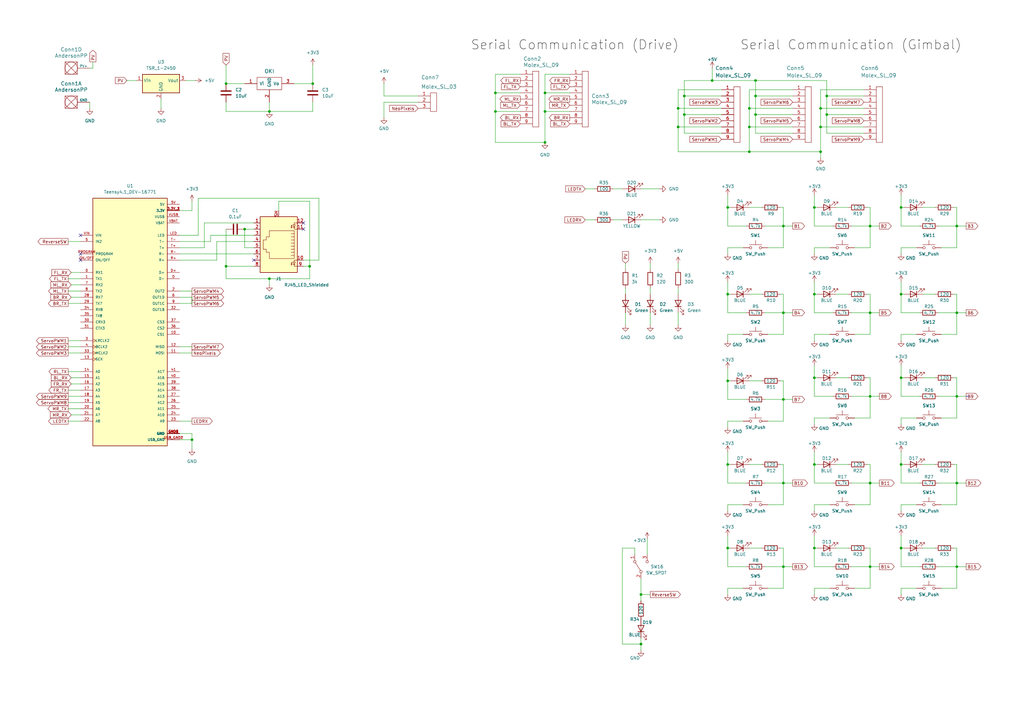
<source format=kicad_sch>
(kicad_sch (version 20230121) (generator eeschema)
  (paper "A3")
  (junction (at 110.49 114.3))
  (junction (at 309.88 39.37))
  (junction (at 369.57 190.5))
  (junction (at 127 109.22))
  (junction (at 262.89 243.84))
  (junction (at 356.87 198.12))
  (junction (at 307.34 52.07))
  (junction (at 334.01 154.94))
  (junction (at 334.01 190.5))
  (junction (at 392.43 128.27))
  (junction (at 356.87 162.56))
  (junction (at 298.45 224.79))
  (junction (at 278.13 44.45))
  (junction (at 369.57 154.94))
  (junction (at 369.57 120.65))
  (junction (at 392.43 232.41))
  (junction (at 298.45 85.09))
  (junction (at 223.52 45.72))
  (junction (at 334.01 224.79))
  (junction (at 278.13 52.07))
  (junction (at 339.09 39.37))
  (junction (at 321.31 128.27))
  (junction (at 262.89 264.16))
  (junction (at 321.31 198.12))
  (junction (at 298.45 120.65))
  (junction (at 356.87 92.71))
  (junction (at 92.71 34.29))
  (junction (at 309.88 46.99))
  (junction (at 321.31 92.71))
  (junction (at 307.34 62.23))
  (junction (at 321.31 163.83))
  (junction (at 392.43 162.56))
  (junction (at 110.49 45.72))
  (junction (at 223.52 58.42))
  (junction (at 128.27 34.29))
  (junction (at 339.09 46.99))
  (junction (at 321.31 232.41))
  (junction (at 334.01 85.09))
  (junction (at 336.55 62.23))
  (junction (at 100.33 93.98))
  (junction (at 392.43 92.71))
  (junction (at 203.2 45.72))
  (junction (at 78.74 180.34))
  (junction (at 298.45 156.21))
  (junction (at 336.55 52.07))
  (junction (at 356.87 232.41))
  (junction (at 334.01 120.65))
  (junction (at 280.67 46.99))
  (junction (at 298.45 190.5))
  (junction (at 203.2 38.1))
  (junction (at 280.67 39.37))
  (junction (at 356.87 128.27))
  (junction (at 369.57 85.09))
  (junction (at 223.52 38.1))
  (junction (at 369.57 224.79))
  (junction (at 309.88 33.02))
  (junction (at 336.55 44.45))
  (junction (at 307.34 44.45))
  (junction (at 392.43 198.12))
  (junction (at 92.71 109.22))
  (junction (at 292.1 33.02))
  (no_connect (at 33.02 96.52))
  (no_connect (at 33.02 106.68))
  (no_connect (at 124.46 93.98))
  (no_connect (at 33.02 104.14))
  (no_connect (at 104.14 106.68))
  (no_connect (at 124.46 91.44))
  (wire (pts (xy 369.57 207.01) (xy 375.92 207.01)))
  (wire (pts (xy 369.57 224.79) (xy 369.57 232.41)))
  (wire (pts (xy 369.57 80.01) (xy 369.57 85.09)))
  (wire (pts (xy 92.71 93.98) (xy 92.71 109.22)))
  (wire (pts (xy 130.81 81.28) (xy 81.28 81.28)))
  (wire (pts (xy 114.3 86.36) (xy 114.3 82.55)))
  (wire (pts (xy 92.71 45.72) (xy 110.49 45.72)))
  (wire (pts (xy 378.46 224.79) (xy 383.54 224.79)))
  (wire (pts (xy 334.01 207.01) (xy 340.36 207.01)))
  (wire (pts (xy 334.01 243.84) (xy 334.01 241.3)))
  (wire (pts (xy 313.69 128.27) (xy 321.31 128.27)))
  (wire (pts (xy 356.87 85.09) (xy 356.87 92.71)))
  (wire (pts (xy 262.89 77.47) (xy 270.51 77.47)))
  (wire (pts (xy 350.52 241.3) (xy 356.87 241.3)))
  (wire (pts (xy 262.89 261.62) (xy 262.89 264.16)))
  (wire (pts (xy 262.89 90.17) (xy 270.51 90.17)))
  (wire (pts (xy 124.46 106.68) (xy 130.81 106.68)))
  (wire (pts (xy 73.66 124.46) (xy 78.74 124.46)))
  (wire (pts (xy 392.43 241.3) (xy 392.43 232.41)))
  (wire (pts (xy 378.46 154.94) (xy 383.54 154.94)))
  (wire (pts (xy 321.31 85.09) (xy 321.31 92.71)))
  (wire (pts (xy 266.7 118.11) (xy 266.7 120.65)))
  (wire (pts (xy 320.04 156.21) (xy 321.31 156.21)))
  (wire (pts (xy 369.57 190.5) (xy 370.84 190.5)))
  (wire (pts (xy 27.94 119.38) (xy 33.02 119.38)))
  (wire (pts (xy 321.31 128.27) (xy 325.12 128.27)))
  (wire (pts (xy 313.69 163.83) (xy 321.31 163.83)))
  (wire (pts (xy 309.88 39.37) (xy 309.88 46.99)))
  (wire (pts (xy 369.57 149.86) (xy 369.57 154.94)))
  (wire (pts (xy 355.6 120.65) (xy 356.87 120.65)))
  (wire (pts (xy 266.7 107.95) (xy 266.7 110.49)))
  (wire (pts (xy 342.9 120.65) (xy 347.98 120.65)))
  (wire (pts (xy 392.43 101.6) (xy 392.43 92.71)))
  (wire (pts (xy 321.31 241.3) (xy 321.31 232.41)))
  (wire (pts (xy 321.31 172.72) (xy 321.31 163.83)))
  (wire (pts (xy 128.27 45.72) (xy 110.49 45.72)))
  (wire (pts (xy 356.87 207.01) (xy 356.87 198.12)))
  (wire (pts (xy 307.34 52.07) (xy 325.12 52.07)))
  (wire (pts (xy 392.43 120.65) (xy 392.43 128.27)))
  (wire (pts (xy 88.9 99.06) (xy 88.9 106.68)))
  (wire (pts (xy 73.66 119.38) (xy 78.74 119.38)))
  (wire (pts (xy 369.57 128.27) (xy 377.19 128.27)))
  (wire (pts (xy 369.57 219.71) (xy 369.57 224.79)))
  (wire (pts (xy 86.36 99.06) (xy 86.36 96.52)))
  (wire (pts (xy 298.45 190.5) (xy 299.72 190.5)))
  (wire (pts (xy 349.25 198.12) (xy 356.87 198.12)))
  (wire (pts (xy 262.89 237.49) (xy 262.89 243.84)))
  (wire (pts (xy 392.43 85.09) (xy 392.43 92.71)))
  (wire (pts (xy 280.67 39.37) (xy 280.67 46.99)))
  (wire (pts (xy 321.31 232.41) (xy 325.12 232.41)))
  (wire (pts (xy 307.34 224.79) (xy 312.42 224.79)))
  (wire (pts (xy 298.45 232.41) (xy 306.07 232.41)))
  (wire (pts (xy 83.82 91.44) (xy 83.82 101.6)))
  (wire (pts (xy 240.03 77.47) (xy 243.84 77.47)))
  (wire (pts (xy 298.45 243.84) (xy 298.45 241.3)))
  (wire (pts (xy 73.66 99.06) (xy 86.36 99.06)))
  (wire (pts (xy 378.46 120.65) (xy 383.54 120.65)))
  (wire (pts (xy 334.01 190.5) (xy 334.01 198.12)))
  (wire (pts (xy 298.45 151.13) (xy 298.45 156.21)))
  (wire (pts (xy 298.45 224.79) (xy 299.72 224.79)))
  (wire (pts (xy 110.49 41.91) (xy 110.49 45.72)))
  (wire (pts (xy 100.33 101.6) (xy 100.33 93.98)))
  (wire (pts (xy 203.2 45.72) (xy 203.2 58.42)))
  (wire (pts (xy 223.52 38.1) (xy 223.52 45.72)))
  (wire (pts (xy 325.12 54.61) (xy 309.88 54.61)))
  (wire (pts (xy 320.04 224.79) (xy 321.31 224.79)))
  (wire (pts (xy 92.71 41.91) (xy 92.71 45.72)))
  (wire (pts (xy 298.45 80.01) (xy 298.45 85.09)))
  (wire (pts (xy 92.71 114.3) (xy 110.49 114.3)))
  (wire (pts (xy 27.94 99.06) (xy 33.02 99.06)))
  (wire (pts (xy 369.57 224.79) (xy 370.84 224.79)))
  (wire (pts (xy 280.67 46.99) (xy 280.67 54.61)))
  (wire (pts (xy 369.57 209.55) (xy 369.57 207.01)))
  (wire (pts (xy 81.28 96.52) (xy 73.66 96.52)))
  (wire (pts (xy 256.54 107.95) (xy 256.54 110.49)))
  (wire (pts (xy 356.87 198.12) (xy 360.68 198.12)))
  (wire (pts (xy 124.46 109.22) (xy 127 109.22)))
  (wire (pts (xy 391.16 224.79) (xy 392.43 224.79)))
  (wire (pts (xy 307.34 85.09) (xy 312.42 85.09)))
  (wire (pts (xy 278.13 52.07) (xy 278.13 62.23)))
  (wire (pts (xy 29.21 116.84) (xy 33.02 116.84)))
  (wire (pts (xy 369.57 185.42) (xy 369.57 190.5)))
  (wire (pts (xy 336.55 44.45) (xy 354.33 44.45)))
  (wire (pts (xy 369.57 120.65) (xy 370.84 120.65)))
  (wire (pts (xy 336.55 36.83) (xy 336.55 44.45)))
  (wire (pts (xy 262.89 243.84) (xy 262.89 246.38)))
  (wire (pts (xy 127 109.22) (xy 127 114.3)))
  (wire (pts (xy 321.31 224.79) (xy 321.31 232.41)))
  (wire (pts (xy 369.57 241.3) (xy 375.92 241.3)))
  (wire (pts (xy 369.57 154.94) (xy 370.84 154.94)))
  (wire (pts (xy 369.57 137.16) (xy 375.92 137.16)))
  (wire (pts (xy 92.71 26.67) (xy 92.71 34.29)))
  (wire (pts (xy 27.94 172.72) (xy 33.02 172.72)))
  (wire (pts (xy 320.04 120.65) (xy 321.31 120.65)))
  (wire (pts (xy 266.7 128.27) (xy 266.7 133.35)))
  (wire (pts (xy 350.52 171.45) (xy 356.87 171.45)))
  (wire (pts (xy 378.46 85.09) (xy 383.54 85.09)))
  (wire (pts (xy 307.34 52.07) (xy 307.34 62.23)))
  (wire (pts (xy 392.43 154.94) (xy 392.43 162.56)))
  (wire (pts (xy 298.45 224.79) (xy 298.45 232.41)))
  (wire (pts (xy 369.57 115.57) (xy 369.57 120.65)))
  (wire (pts (xy 342.9 85.09) (xy 347.98 85.09)))
  (wire (pts (xy 66.04 40.64) (xy 66.04 44.45)))
  (wire (pts (xy 369.57 171.45) (xy 375.92 171.45)))
  (wire (pts (xy 81.28 81.28) (xy 81.28 96.52)))
  (wire (pts (xy 27.94 152.4) (xy 33.02 152.4)))
  (wire (pts (xy 391.16 154.94) (xy 392.43 154.94)))
  (wire (pts (xy 334.01 149.86) (xy 334.01 154.94)))
  (wire (pts (xy 292.1 33.02) (xy 309.88 33.02)))
  (wire (pts (xy 27.94 165.1) (xy 33.02 165.1)))
  (wire (pts (xy 334.01 120.65) (xy 335.28 120.65)))
  (wire (pts (xy 27.94 142.24) (xy 33.02 142.24)))
  (wire (pts (xy 298.45 120.65) (xy 299.72 120.65)))
  (wire (pts (xy 384.81 128.27) (xy 392.43 128.27)))
  (wire (pts (xy 384.81 232.41) (xy 392.43 232.41)))
  (wire (pts (xy 314.96 207.01) (xy 321.31 207.01)))
  (wire (pts (xy 203.2 30.48) (xy 203.2 38.1)))
  (wire (pts (xy 349.25 162.56) (xy 356.87 162.56)))
  (wire (pts (xy 369.57 101.6) (xy 375.92 101.6)))
  (wire (pts (xy 309.88 46.99) (xy 309.88 54.61)))
  (wire (pts (xy 321.31 101.6) (xy 321.31 92.71)))
  (wire (pts (xy 334.01 85.09) (xy 334.01 92.71)))
  (wire (pts (xy 356.87 224.79) (xy 356.87 232.41)))
  (wire (pts (xy 334.01 101.6) (xy 340.36 101.6)))
  (wire (pts (xy 298.45 156.21) (xy 299.72 156.21)))
  (wire (pts (xy 336.55 52.07) (xy 336.55 62.23)))
  (wire (pts (xy 307.34 44.45) (xy 307.34 52.07)))
  (wire (pts (xy 386.08 171.45) (xy 392.43 171.45)))
  (wire (pts (xy 29.21 157.48) (xy 33.02 157.48)))
  (wire (pts (xy 334.01 139.7) (xy 334.01 137.16)))
  (wire (pts (xy 298.45 156.21) (xy 298.45 163.83)))
  (wire (pts (xy 73.66 180.34) (xy 78.74 180.34)))
  (wire (pts (xy 55.88 33.02) (xy 52.07 33.02)))
  (wire (pts (xy 392.43 92.71) (xy 396.24 92.71)))
  (wire (pts (xy 339.09 33.02) (xy 339.09 39.37)))
  (wire (pts (xy 86.36 96.52) (xy 104.14 96.52)))
  (wire (pts (xy 356.87 241.3) (xy 356.87 232.41)))
  (wire (pts (xy 334.01 154.94) (xy 334.01 162.56)))
  (wire (pts (xy 262.89 266.7) (xy 262.89 264.16)))
  (wire (pts (xy 309.88 33.02) (xy 309.88 39.37)))
  (wire (pts (xy 298.45 209.55) (xy 298.45 207.01)))
  (wire (pts (xy 369.57 190.5) (xy 369.57 198.12)))
  (wire (pts (xy 298.45 207.01) (xy 304.8 207.01)))
  (wire (pts (xy 73.66 104.14) (xy 104.14 104.14)))
  (wire (pts (xy 369.57 198.12) (xy 377.19 198.12)))
  (wire (pts (xy 73.66 121.92) (xy 78.74 121.92)))
  (polyline (pts (xy 396.24 162.56) (xy 397.51 162.56)))
  (wire (pts (xy 339.09 39.37) (xy 354.33 39.37)))
  (wire (pts (xy 255.27 224.79) (xy 255.27 264.16)))
  (wire (pts (xy 355.6 85.09) (xy 356.87 85.09)))
  (wire (pts (xy 128.27 26.67) (xy 128.27 34.29)))
  (wire (pts (xy 157.48 39.37) (xy 171.45 39.37)))
  (wire (pts (xy 350.52 207.01) (xy 356.87 207.01)))
  (wire (pts (xy 391.16 190.5) (xy 392.43 190.5)))
  (wire (pts (xy 369.57 154.94) (xy 369.57 162.56)))
  (wire (pts (xy 369.57 85.09) (xy 369.57 92.71)))
  (wire (pts (xy 92.71 34.29) (xy 100.33 34.29)))
  (wire (pts (xy 369.57 139.7) (xy 369.57 137.16)))
  (wire (pts (xy 251.46 90.17) (xy 255.27 90.17)))
  (wire (pts (xy 298.45 115.57) (xy 298.45 120.65)))
  (wire (pts (xy 157.48 41.91) (xy 171.45 41.91)))
  (wire (pts (xy 313.69 198.12) (xy 321.31 198.12)))
  (wire (pts (xy 392.43 190.5) (xy 392.43 198.12)))
  (wire (pts (xy 386.08 241.3) (xy 392.43 241.3)))
  (wire (pts (xy 280.67 33.02) (xy 292.1 33.02)))
  (wire (pts (xy 369.57 243.84) (xy 369.57 241.3)))
  (wire (pts (xy 369.57 232.41) (xy 377.19 232.41)))
  (wire (pts (xy 339.09 39.37) (xy 339.09 46.99)))
  (wire (pts (xy 355.6 224.79) (xy 356.87 224.79)))
  (wire (pts (xy 278.13 118.11) (xy 278.13 120.65)))
  (wire (pts (xy 334.01 219.71) (xy 334.01 224.79)))
  (wire (pts (xy 298.45 172.72) (xy 304.8 172.72)))
  (wire (pts (xy 223.52 30.48) (xy 223.52 38.1)))
  (wire (pts (xy 334.01 120.65) (xy 334.01 128.27)))
  (wire (pts (xy 27.94 160.02) (xy 33.02 160.02)))
  (wire (pts (xy 320.04 85.09) (xy 321.31 85.09)))
  (wire (pts (xy 342.9 224.79) (xy 347.98 224.79)))
  (wire (pts (xy 339.09 54.61) (xy 354.33 54.61)))
  (wire (pts (xy 307.34 36.83) (xy 307.34 44.45)))
  (wire (pts (xy 78.74 180.34) (xy 78.74 184.15)))
  (wire (pts (xy 356.87 120.65) (xy 356.87 128.27)))
  (wire (pts (xy 307.34 120.65) (xy 312.42 120.65)))
  (wire (pts (xy 334.01 104.14) (xy 334.01 101.6)))
  (wire (pts (xy 262.89 264.16) (xy 255.27 264.16)))
  (wire (pts (xy 321.31 156.21) (xy 321.31 163.83)))
  (wire (pts (xy 334.01 154.94) (xy 335.28 154.94)))
  (wire (pts (xy 298.45 92.71) (xy 306.07 92.71)))
  (wire (pts (xy 73.66 172.72) (xy 78.74 172.72)))
  (wire (pts (xy 356.87 154.94) (xy 356.87 162.56)))
  (wire (pts (xy 278.13 128.27) (xy 278.13 133.35)))
  (wire (pts (xy 298.45 163.83) (xy 306.07 163.83)))
  (wire (pts (xy 392.43 198.12) (xy 396.24 198.12)))
  (wire (pts (xy 334.01 198.12) (xy 341.63 198.12)))
  (wire (pts (xy 266.7 243.84) (xy 262.89 243.84)))
  (wire (pts (xy 356.87 137.16) (xy 356.87 128.27)))
  (wire (pts (xy 104.14 99.06) (xy 88.9 99.06)))
  (wire (pts (xy 278.13 44.45) (xy 278.13 52.07)))
  (wire (pts (xy 392.43 162.56) (xy 396.24 162.56)))
  (wire (pts (xy 369.57 120.65) (xy 369.57 128.27)))
  (wire (pts (xy 130.81 106.68) (xy 130.81 81.28)))
  (wire (pts (xy 314.96 172.72) (xy 321.31 172.72)))
  (wire (pts (xy 334.01 85.09) (xy 335.28 85.09)))
  (wire (pts (xy 392.43 137.16) (xy 392.43 128.27)))
  (wire (pts (xy 355.6 154.94) (xy 356.87 154.94)))
  (wire (pts (xy 350.52 101.6) (xy 356.87 101.6)))
  (wire (pts (xy 336.55 44.45) (xy 336.55 52.07)))
  (wire (pts (xy 384.81 198.12) (xy 392.43 198.12)))
  (wire (pts (xy 356.87 171.45) (xy 356.87 162.56)))
  (wire (pts (xy 29.21 121.92) (xy 33.02 121.92)))
  (wire (pts (xy 334.01 190.5) (xy 335.28 190.5)))
  (wire (pts (xy 356.87 162.56) (xy 360.68 162.56)))
  (wire (pts (xy 386.08 101.6) (xy 392.43 101.6)))
  (wire (pts (xy 73.66 144.78) (xy 78.74 144.78)))
  (wire (pts (xy 336.55 62.23) (xy 336.55 64.77)))
  (wire (pts (xy 240.03 90.17) (xy 243.84 90.17)))
  (wire (pts (xy 334.01 232.41) (xy 341.63 232.41)))
  (wire (pts (xy 392.43 171.45) (xy 392.43 162.56)))
  (wire (pts (xy 73.66 142.24) (xy 78.74 142.24)))
  (wire (pts (xy 334.01 241.3) (xy 340.36 241.3)))
  (wire (pts (xy 255.27 224.79) (xy 260.35 224.79)))
  (wire (pts (xy 391.16 85.09) (xy 392.43 85.09)))
  (wire (pts (xy 334.01 162.56) (xy 341.63 162.56)))
  (wire (pts (xy 313.69 232.41) (xy 321.31 232.41)))
  (wire (pts (xy 321.31 92.71) (xy 325.12 92.71)))
  (wire (pts (xy 369.57 162.56) (xy 377.19 162.56)))
  (wire (pts (xy 334.01 224.79) (xy 334.01 232.41)))
  (wire (pts (xy 203.2 45.72) (xy 213.36 45.72)))
  (wire (pts (xy 38.1 25.4) (xy 38.1 27.94)))
  (wire (pts (xy 280.67 33.02) (xy 280.67 39.37)))
  (wire (pts (xy 78.74 177.8) (xy 78.74 180.34)))
  (wire (pts (xy 223.52 45.72) (xy 233.68 45.72)))
  (wire (pts (xy 27.94 139.7) (xy 33.02 139.7)))
  (wire (pts (xy 307.34 36.83) (xy 325.12 36.83)))
  (wire (pts (xy 280.67 46.99) (xy 295.91 46.99)))
  (wire (pts (xy 369.57 104.14) (xy 369.57 101.6)))
  (wire (pts (xy 354.33 36.83) (xy 336.55 36.83)))
  (wire (pts (xy 104.14 101.6) (xy 100.33 101.6)))
  (wire (pts (xy 334.01 171.45) (xy 340.36 171.45)))
  (wire (pts (xy 298.45 190.5) (xy 298.45 198.12)))
  (wire (pts (xy 78.74 82.55) (xy 78.74 86.36)))
  (wire (pts (xy 233.68 30.48) (xy 223.52 30.48)))
  (wire (pts (xy 320.04 190.5) (xy 321.31 190.5)))
  (wire (pts (xy 29.21 170.18) (xy 33.02 170.18)))
  (wire (pts (xy 334.01 92.71) (xy 341.63 92.71)))
  (wire (pts (xy 36.83 41.91) (xy 36.83 44.45)))
  (wire (pts (xy 339.09 46.99) (xy 354.33 46.99)))
  (wire (pts (xy 321.31 120.65) (xy 321.31 128.27)))
  (wire (pts (xy 334.01 224.79) (xy 335.28 224.79)))
  (wire (pts (xy 314.96 241.3) (xy 321.31 241.3)))
  (wire (pts (xy 349.25 92.71) (xy 356.87 92.71)))
  (wire (pts (xy 260.35 224.79) (xy 260.35 227.33)))
  (wire (pts (xy 298.45 137.16) (xy 304.8 137.16)))
  (wire (pts (xy 29.21 111.76) (xy 33.02 111.76)))
  (wire (pts (xy 342.9 190.5) (xy 347.98 190.5)))
  (wire (pts (xy 309.88 46.99) (xy 325.12 46.99)))
  (wire (pts (xy 278.13 44.45) (xy 295.91 44.45)))
  (wire (pts (xy 342.9 154.94) (xy 347.98 154.94)))
  (wire (pts (xy 307.34 190.5) (xy 312.42 190.5)))
  (wire (pts (xy 278.13 107.95) (xy 278.13 110.49)))
  (wire (pts (xy 298.45 175.26) (xy 298.45 172.72)))
  (wire (pts (xy 392.43 224.79) (xy 392.43 232.41)))
  (wire (pts (xy 349.25 232.41) (xy 356.87 232.41)))
  (wire (pts (xy 29.21 154.94) (xy 33.02 154.94)))
  (wire (pts (xy 73.66 177.8) (xy 78.74 177.8)))
  (wire (pts (xy 203.2 38.1) (xy 203.2 45.72)))
  (wire (pts (xy 38.1 27.94) (xy 36.83 27.94)))
  (wire (pts (xy 203.2 58.42) (xy 223.52 58.42)))
  (wire (pts (xy 278.13 62.23) (xy 307.34 62.23)))
  (wire (pts (xy 334.01 137.16) (xy 340.36 137.16)))
  (wire (pts (xy 295.91 36.83) (xy 278.13 36.83)))
  (wire (pts (xy 334.01 128.27) (xy 341.63 128.27)))
  (wire (pts (xy 78.74 121.92) (xy 78.74 124.46)))
  (wire (pts (xy 256.54 128.27) (xy 256.54 133.35)))
  (wire (pts (xy 334.01 115.57) (xy 334.01 120.65)))
  (wire (pts (xy 369.57 173.99) (xy 369.57 171.45)))
  (wire (pts (xy 307.34 44.45) (xy 325.12 44.45)))
  (wire (pts (xy 356.87 101.6) (xy 356.87 92.71)))
  (wire (pts (xy 223.52 45.72) (xy 223.52 58.42)))
  (wire (pts (xy 104.14 91.44) (xy 83.82 91.44)))
  (wire (pts (xy 307.34 156.21) (xy 312.42 156.21)))
  (wire (pts (xy 336.55 52.07) (xy 354.33 52.07)))
  (wire (pts (xy 110.49 114.3) (xy 110.49 116.84)))
  (wire (pts (xy 309.88 39.37) (xy 325.12 39.37)))
  (wire (pts (xy 307.34 62.23) (xy 336.55 62.23)))
  (wire (pts (xy 298.45 139.7) (xy 298.45 137.16)))
  (wire (pts (xy 356.87 92.71) (xy 360.68 92.71)))
  (wire (pts (xy 278.13 52.07) (xy 295.91 52.07)))
  (wire (pts (xy 384.81 162.56) (xy 392.43 162.56)))
  (wire (pts (xy 114.3 82.55) (xy 127 82.55)))
  (wire (pts (xy 321.31 190.5) (xy 321.31 198.12)))
  (wire (pts (xy 157.48 34.29) (xy 157.48 39.37)))
  (wire (pts (xy 334.01 173.99) (xy 334.01 171.45)))
  (wire (pts (xy 128.27 41.91) (xy 128.27 45.72)))
  (wire (pts (xy 92.71 109.22) (xy 92.71 114.3)))
  (wire (pts (xy 76.2 33.02) (xy 80.01 33.02)))
  (wire (pts (xy 321.31 137.16) (xy 321.31 128.27)))
  (wire (pts (xy 256.54 118.11) (xy 256.54 120.65)))
  (wire (pts (xy 309.88 33.02) (xy 339.09 33.02)))
  (wire (pts (xy 334.01 185.42) (xy 334.01 190.5)))
  (wire (pts (xy 321.31 163.83) (xy 325.12 163.83)))
  (wire (pts (xy 27.94 114.3) (xy 33.02 114.3)))
  (wire (pts (xy 157.48 41.91) (xy 157.48 48.26)))
  (wire (pts (xy 251.46 77.47) (xy 255.27 77.47)))
  (wire (pts (xy 27.94 124.46) (xy 33.02 124.46)))
  (wire (pts (xy 298.45 241.3) (xy 304.8 241.3)))
  (wire (pts (xy 384.81 92.71) (xy 392.43 92.71)))
  (wire (pts (xy 110.49 114.3) (xy 127 114.3)))
  (wire (pts (xy 88.9 106.68) (xy 73.66 106.68)))
  (wire (pts (xy 298.45 219.71) (xy 298.45 224.79)))
  (wire (pts (xy 369.57 92.71) (xy 377.19 92.71)))
  (wire (pts (xy 83.82 101.6) (xy 73.66 101.6)))
  (wire (pts (xy 265.43 220.98) (xy 265.43 227.33)))
  (wire (pts (xy 392.43 232.41) (xy 396.24 232.41)))
  (wire (pts (xy 298.45 101.6) (xy 304.8 101.6)))
  (wire (pts (xy 386.08 137.16) (xy 392.43 137.16)))
  (wire (pts (xy 27.94 144.78) (xy 33.02 144.78)))
  (wire (pts (xy 356.87 128.27) (xy 360.68 128.27)))
  (wire (pts (xy 321.31 198.12) (xy 325.12 198.12)))
  (wire (pts (xy 280.67 54.61) (xy 295.91 54.61)))
  (wire (pts (xy 298.45 120.65) (xy 298.45 128.27)))
  (wire (pts (xy 369.57 85.09) (xy 370.84 85.09)))
  (wire (pts (xy 391.16 120.65) (xy 392.43 120.65)))
  (wire (pts (xy 392.43 207.01) (xy 392.43 198.12)))
  (wire (pts (xy 334.01 209.55) (xy 334.01 207.01)))
  (wire (pts (xy 386.08 207.01) (xy 392.43 207.01)))
  (wire (pts (xy 100.33 93.98) (xy 104.14 93.98)))
  (wire (pts (xy 73.66 86.36) (xy 78.74 86.36)))
  (wire (pts (xy 280.67 39.37) (xy 295.91 39.37)))
  (wire (pts (xy 92.71 109.22) (xy 104.14 109.22)))
  (wire (pts (xy 203.2 38.1) (xy 213.36 38.1)))
  (wire (pts (xy 278.13 36.83) (xy 278.13 44.45)))
  (wire (pts (xy 127 82.55) (xy 127 109.22)))
  (wire (pts (xy 321.31 207.01) (xy 321.31 198.12)))
  (wire (pts (xy 298.45 128.27) (xy 306.07 128.27)))
  (wire (pts (xy 339.09 46.99) (xy 339.09 54.61)))
  (wire (pts (xy 223.52 38.1) (xy 233.68 38.1)))
  (wire (pts (xy 356.87 232.41) (xy 360.68 232.41)))
  (wire (pts (xy 292.1 27.94) (xy 292.1 33.02)))
  (wire (pts (xy 27.94 167.64) (xy 33.02 167.64)))
  (wire (pts (xy 314.96 137.16) (xy 321.31 137.16)))
  (wire (pts (xy 298.45 198.12) (xy 306.07 198.12)))
  (wire (pts (xy 350.52 137.16) (xy 356.87 137.16)))
  (wire (pts (xy 356.87 190.5) (xy 356.87 198.12)))
  (wire (pts (xy 27.94 162.56) (xy 33.02 162.56)))
  (wire (pts (xy 120.65 34.29) (xy 128.27 34.29)))
  (wire (pts (xy 313.69 92.71) (xy 321.31 92.71)))
  (wire (pts (xy 298.45 85.09) (xy 299.72 85.09)))
  (wire (pts (xy 378.46 190.5) (xy 383.54 190.5)))
  (wire (pts (xy 298.45 85.09) (xy 298.45 92.71)))
  (wire (pts (xy 314.96 101.6) (xy 321.31 101.6)))
  (wire (pts (xy 298.45 104.14) (xy 298.45 101.6)))
  (wire (pts (xy 349.25 128.27) (xy 356.87 128.27)))
  (wire (pts (xy 355.6 190.5) (xy 356.87 190.5)))
  (wire (pts (xy 298.45 185.42) (xy 298.45 190.5)))
  (wire (pts (xy 392.43 128.27) (xy 396.24 128.27)))
  (wire (pts (xy 213.36 30.48) (xy 203.2 30.48)))
  (wire (pts (xy 334.01 80.01) (xy 334.01 85.09)))
  (label "Serial Communication (Gimbal)" (at 303.53 21.59 0) (effects (font (size 3.81 3.81))))
  (label "Serial Communication (Drive)" (at 193.04 21.59 0) (effects (font (size 3.81 3.81))))
  (global_label "ServoPWM6" (shape input) (at 325.12 41.91 180) (property "Intersheetrefs" "${INTERSHEET_REFS}" (effects hide)))
  (global_label "BL_RX" (shape input) (at 29.21 154.94 180) (property "Intersheetrefs" "${INTERSHEET_REFS}" (effects hide)))
  (global_label "PV" (shape input) (at 52.07 33.02 180) (property "Intersheetrefs" "${INTERSHEET_REFS}" (effects hide)))
  (global_label "PV" (shape input) (at 256.54 107.95 90) (property "Intersheetrefs" "${INTERSHEET_REFS}" (effects hide)))
  (global_label "LEDTX" (shape input) (at 240.03 77.47 180) (property "Intersheetrefs" "${INTERSHEET_REFS}" (effects hide)))
  (global_label "NeoPixels" (shape output) (at 78.74 144.78 0) (property "Intersheetrefs" "${INTERSHEET_REFS}" (effects hide)))
  (global_label "ServoPWM1" (shape input) (at 295.91 57.15 180) (property "Intersheetrefs" "${INTERSHEET_REFS}" (effects hide)))
  (global_label "ReverseSW" (shape output) (at 266.7 243.84 0) (property "Intersheetrefs" "${INTERSHEET_REFS}" (effects hide)))
  (global_label "LEDRX" (shape input) (at 240.03 90.17 180) (property "Intersheetrefs" "${INTERSHEET_REFS}" (effects hide)))
  (global_label "ServoPWM5" (shape input) (at 325.12 49.53 180) (property "Intersheetrefs" "${INTERSHEET_REFS}" (effects hide)))
  (global_label "B1" (shape output) (at 325.12 92.71 0) (property "Intersheetrefs" "${INTERSHEET_REFS}" (effects hide)))
  (global_label "B8" (shape output) (at 360.68 162.56 0) (property "Intersheetrefs" "${INTERSHEET_REFS}" (effects hide)))
  (global_label "ML_TX" (shape input) (at 213.36 43.18 180) (property "Intersheetrefs" "${INTERSHEET_REFS}" (effects hide)))
  (global_label "ML_TX" (shape output) (at 27.94 119.38 180) (property "Intersheetrefs" "${INTERSHEET_REFS}" (effects hide)))
  (global_label "B11" (shape output) (at 360.68 198.12 0) (property "Intersheetrefs" "${INTERSHEET_REFS}" (effects hide)))
  (global_label "FL_TX" (shape input) (at 233.68 35.56 180) (property "Intersheetrefs" "${INTERSHEET_REFS}" (effects hide)))
  (global_label "ServoPWM6" (shape output) (at 78.74 124.46 0) (property "Intersheetrefs" "${INTERSHEET_REFS}" (effects hide)))
  (global_label "PV" (shape input) (at 92.71 26.67 90) (property "Intersheetrefs" "${INTERSHEET_REFS}" (effects hide)))
  (global_label "ReverseSW" (shape output) (at 27.94 99.06 180) (property "Intersheetrefs" "${INTERSHEET_REFS}" (effects hide)))
  (global_label "B14" (shape output) (at 360.68 232.41 0) (property "Intersheetrefs" "${INTERSHEET_REFS}" (effects hide)))
  (global_label "B2" (shape output) (at 360.68 92.71 0) (property "Intersheetrefs" "${INTERSHEET_REFS}" (effects hide)))
  (global_label "ServoPWM9" (shape input) (at 354.33 57.15 180) (property "Intersheetrefs" "${INTERSHEET_REFS}" (effects hide)))
  (global_label "B13" (shape output) (at 325.12 232.41 0) (property "Intersheetrefs" "${INTERSHEET_REFS}" (effects hide)))
  (global_label "ServoPWM1" (shape output) (at 27.94 139.7 180) (property "Intersheetrefs" "${INTERSHEET_REFS}" (effects hide)))
  (global_label "B6" (shape output) (at 396.24 128.27 0) (property "Intersheetrefs" "${INTERSHEET_REFS}" (effects hide)))
  (global_label "RL_TX" (shape output) (at 27.94 152.4 180) (property "Intersheetrefs" "${INTERSHEET_REFS}" (effects hide)))
  (global_label "BL_TX" (shape input) (at 213.36 50.8 180) (property "Intersheetrefs" "${INTERSHEET_REFS}" (effects hide)))
  (global_label "FL_TX" (shape output) (at 27.94 114.3 180) (property "Intersheetrefs" "${INTERSHEET_REFS}" (effects hide)))
  (global_label "FL_RX" (shape input) (at 29.21 111.76 180) (property "Intersheetrefs" "${INTERSHEET_REFS}" (effects hide)))
  (global_label "PV" (shape output) (at 38.1 25.4 90) (property "Intersheetrefs" "${INTERSHEET_REFS}" (effects hide)))
  (global_label "ServoPWM8" (shape output) (at 27.94 165.1 180) (property "Intersheetrefs" "${INTERSHEET_REFS}" (effects hide)))
  (global_label "B5" (shape output) (at 360.68 128.27 0) (property "Intersheetrefs" "${INTERSHEET_REFS}" (effects hide)))
  (global_label "FL_TX" (shape input) (at 213.36 35.56 180) (property "Intersheetrefs" "${INTERSHEET_REFS}" (effects hide)))
  (global_label "FR_RX" (shape input) (at 29.21 157.48 180) (property "Intersheetrefs" "${INTERSHEET_REFS}" (effects hide)))
  (global_label "MR_TX" (shape input) (at 233.68 43.18 180) (property "Intersheetrefs" "${INTERSHEET_REFS}" (effects hide)))
  (global_label "BL_RX" (shape output) (at 213.36 48.26 180) (property "Intersheetrefs" "${INTERSHEET_REFS}" (effects hide)))
  (global_label "FL_RX" (shape output) (at 213.36 33.02 180) (property "Intersheetrefs" "${INTERSHEET_REFS}" (effects hide)))
  (global_label "MR_RX" (shape input) (at 29.21 170.18 180) (property "Intersheetrefs" "${INTERSHEET_REFS}" (effects hide)))
  (global_label "BL_TX" (shape input) (at 233.68 50.8 180) (property "Intersheetrefs" "${INTERSHEET_REFS}" (effects hide)))
  (global_label "FR_TX" (shape output) (at 27.94 160.02 180) (property "Intersheetrefs" "${INTERSHEET_REFS}" (effects hide)))
  (global_label "MR_RX" (shape output) (at 233.68 40.64 180) (property "Intersheetrefs" "${INTERSHEET_REFS}" (effects hide)))
  (global_label "ServoPWM8" (shape input) (at 354.33 49.53 180) (property "Intersheetrefs" "${INTERSHEET_REFS}" (effects hide)))
  (global_label "BR_RX" (shape output) (at 233.68 48.26 180) (property "Intersheetrefs" "${INTERSHEET_REFS}" (effects hide)))
  (global_label "B4" (shape output) (at 325.12 128.27 0) (property "Intersheetrefs" "${INTERSHEET_REFS}" (effects hide)))
  (global_label "ServoPWM2" (shape output) (at 27.94 142.24 180) (property "Intersheetrefs" "${INTERSHEET_REFS}" (effects hide)))
  (global_label "B3" (shape output) (at 396.24 92.71 0) (property "Intersheetrefs" "${INTERSHEET_REFS}" (effects hide)))
  (global_label "MR_TX" (shape output) (at 27.94 167.64 180) (property "Intersheetrefs" "${INTERSHEET_REFS}" (effects hide)))
  (global_label "NeoPixels" (shape input) (at 171.45 44.45 180) (property "Intersheetrefs" "${INTERSHEET_REFS}" (effects hide)))
  (global_label "ServoPWM3" (shape output) (at 27.94 144.78 180) (property "Intersheetrefs" "${INTERSHEET_REFS}" (effects hide)))
  (global_label "ServoPWM4" (shape input) (at 325.12 57.15 180) (property "Intersheetrefs" "${INTERSHEET_REFS}" (effects hide)))
  (global_label "BR_TX" (shape output) (at 27.94 124.46 180) (property "Intersheetrefs" "${INTERSHEET_REFS}" (effects hide)))
  (global_label "LEDRX" (shape output) (at 78.74 172.72 0) (property "Intersheetrefs" "${INTERSHEET_REFS}" (effects hide)))
  (global_label "ServoPWM4" (shape output) (at 78.74 119.38 0) (property "Intersheetrefs" "${INTERSHEET_REFS}" (effects hide)))
  (global_label "ServoPWM2" (shape input) (at 295.91 49.53 180) (property "Intersheetrefs" "${INTERSHEET_REFS}" (effects hide)))
  (global_label "B9" (shape output) (at 396.24 162.56 0) (property "Intersheetrefs" "${INTERSHEET_REFS}" (effects hide)))
  (global_label "B15" (shape output) (at 396.24 232.41 0) (property "Intersheetrefs" "${INTERSHEET_REFS}" (effects hide)))
  (global_label "B12" (shape output) (at 396.24 198.12 0) (property "Intersheetrefs" "${INTERSHEET_REFS}" (effects hide)))
  (global_label "BR_RX" (shape input) (at 29.21 121.92 180) (property "Intersheetrefs" "${INTERSHEET_REFS}" (effects hide)))
  (global_label "ServoPWM7" (shape output) (at 78.74 142.24 0) (property "Intersheetrefs" "${INTERSHEET_REFS}" (effects hide)))
  (global_label "B10" (shape output) (at 325.12 198.12 0) (property "Intersheetrefs" "${INTERSHEET_REFS}" (effects hide)))
  (global_label "ServoPWM7" (shape input) (at 354.33 41.91 180) (property "Intersheetrefs" "${INTERSHEET_REFS}" (effects hide)))
  (global_label "FR_RX" (shape output) (at 233.68 33.02 180) (property "Intersheetrefs" "${INTERSHEET_REFS}" (effects hide)))
  (global_label "ServoPWM9" (shape output) (at 27.94 162.56 180) (property "Intersheetrefs" "${INTERSHEET_REFS}" (effects hide)))
  (global_label "B7" (shape output) (at 325.12 163.83 0) (property "Intersheetrefs" "${INTERSHEET_REFS}" (effects hide)))
  (global_label "ML_RX" (shape output) (at 213.36 40.64 180) (property "Intersheetrefs" "${INTERSHEET_REFS}" (effects hide)))
  (global_label "ServoPWM3" (shape input) (at 295.91 41.91 180) (property "Intersheetrefs" "${INTERSHEET_REFS}" (effects hide)))
  (global_label "ML_RX" (shape input) (at 29.21 116.84 180) (property "Intersheetrefs" "${INTERSHEET_REFS}" (effects hide)))
  (global_label "LEDTX" (shape output) (at 27.94 172.72 180) (property "Intersheetrefs" "${INTERSHEET_REFS}" (effects hide)))
  (global_label "ServoPWM5" (shape output) (at 78.74 121.92 0) (property "Intersheetrefs" "${INTERSHEET_REFS}" (effects hide)))
  (symbol (lib_id "MRDT_Connectors:Molex_SL_09") (at 300.99 58.42 0) (unit 1)
    (property "Reference" "Conn4" (at 293.37 27.94 0) (effects (font (size 1.524 1.524)) (justify left)))
    (property "Value" "Molex_SL_09" (at 293.37 30.9334 0) (effects (font (size 1.524 1.524)) (justify left)))
    (property "Footprint" "MRDT_Connectors:MOLEX_SL_09_Vertical" (effects hide))
  )
  (symbol (lib_id "Device:LED") (at 266.7 124.46 90) (unit 1)
    (property "Reference" "D2" (at 270.51 124.7775 90) (effects (justify right)))
    (property "Value" "Green" (at 270.51 127.3175 90) (effects (justify right)))
    (property "Footprint" "LED_SMD:LED_0603_1608Metric_Pad1.05x0.95mm_HandSolder" (effects hide))
  )
  (symbol (lib_id "MRDT_Connectors:Molex_SL_09") (at 218.44 52.07 0) (unit 1)
    (property "Reference" "Conn2" (at 214.63 24.13 0) (effects (font (size 1.524 1.524)) (justify left)))
    (property "Value" "Molex_SL_09" (at 214.63 26.67 0) (effects (font (size 1.524 1.524)) (justify left)))
  )
  (symbol (lib_id "Device:R") (at 316.23 224.79 270) (unit 1)
    (property "Reference" "R13" (at 316.23 227.33 90))
    (property "Value" "120" (at 316.23 224.79 90))
    (property "Footprint" "Resistor_SMD:R_0603_1608Metric_Pad0.98x0.95mm_HandSolder" (effects hide))
  )
  (symbol (lib_id "power:GND") (at 110.49 45.72 0) (unit 1)
    (property "Reference" "#PWR05" (effects hide))
    (property "Value" "GND" (at 110.49 50.8 0))
  )
  (symbol (lib_id "Device:LED") (at 303.53 156.21 180) (unit 1)
    (property "Reference" "D6" (at 303.53 153.67 0))
    (property "Value" "BLUE" (at 303.53 158.75 0))
    (property "Footprint" "LED_SMD:LED_0603_1608Metric_Pad1.05x0.95mm_HandSolder" (effects hide))
  )
  (symbol (lib_id "Device:R") (at 351.79 85.09 270) (unit 1)
    (property "Reference" "R19" (at 351.79 87.63 90))
    (property "Value" "120" (at 351.79 85.09 90))
    (property "Footprint" "Resistor_SMD:R_0603_1608Metric_Pad0.98x0.95mm_HandSolder" (effects hide))
  )
  (symbol (lib_id "Device:R") (at 381 92.71 90) (unit 1)
    (property "Reference" "R24" (at 381 90.17 90))
    (property "Value" "4.7k" (at 381 92.71 90))
    (property "Footprint" "Resistor_SMD:R_0603_1608Metric_Pad0.98x0.95mm_HandSolder" (effects hide))
  )
  (symbol (lib_id "Device:LED") (at 339.09 120.65 180) (unit 1)
    (property "Reference" "D10" (at 339.09 118.11 0))
    (property "Value" "BLUE" (at 339.09 123.19 0))
    (property "Footprint" "LED_SMD:LED_0603_1608Metric_Pad1.05x0.95mm_HandSolder" (effects hide))
  )
  (symbol (lib_id "Device:LED") (at 374.65 190.5 180) (unit 1)
    (property "Reference" "D17" (at 374.65 187.96 0))
    (property "Value" "BLUE" (at 374.65 193.04 0))
    (property "Footprint" "LED_SMD:LED_0603_1608Metric_Pad1.05x0.95mm_HandSolder" (effects hide))
  )
  (symbol (lib_id "Connector:RJ45_LED_Shielded") (at 114.3 99.06 180) (unit 1)
    (property "Reference" "J1" (at 114.3 114.3 0))
    (property "Value" "RJ45_LED_Shielded" (at 125.73 116.84 0))
  )
  (symbol (lib_id "power:+3V3") (at 369.57 219.71 0) (unit 1)
    (property "Reference" "#PWR043" (effects hide))
    (property "Value" "+3V3" (at 369.57 216.1342 0))
  )
  (symbol (lib_id "power:GND") (at 157.48 48.26 0) (unit 1)
    (property "Reference" "#PWR048" (effects hide))
    (property "Value" "GND" (at 157.48 52.7034 0))
  )
  (symbol (lib_id "Switch:SW_Push") (at 309.88 241.3 0) (unit 1)
    (property "Reference" "SW5" (at 309.88 236.22 0))
    (property "Value" "SW_Push" (at 309.88 243.84 0))
    (property "Footprint" "Button_Switch_SMD:SW_SPST_TL3305A" (effects hide))
  )
  (symbol (lib_id "MRDT_Connectors:Molex_SL_09") (at 330.2 58.42 0) (unit 1)
    (property "Reference" "Conn5" (at 322.58 27.94 0) (effects (font (size 1.524 1.524)) (justify left)))
    (property "Value" "Molex_SL_09" (at 322.58 30.9334 0) (effects (font (size 1.524 1.524)) (justify left)))
    (property "Footprint" "MRDT_Connectors:MOLEX_SL_09_Vertical" (effects hide))
  )
  (symbol (lib_id "Switch:SW_SPDT") (at 262.89 232.41 90) (unit 1)
    (property "Reference" "SW16" (at 269.5108 232.41 90))
    (property "Value" "SW_SPDT" (at 269.24 234.95 90))
    (property "Footprint" "Button_Switch_THT:SW_Slide_1P2T_CK_OS102011MS2Q" (effects hide))
  )
  (symbol (lib_id "Device:R") (at 309.88 92.71 90) (unit 1)
    (property "Reference" "R4" (at 309.88 90.17 90))
    (property "Value" "4.7k" (at 309.88 92.71 90))
    (property "Footprint" "Resistor_SMD:R_0603_1608Metric_Pad0.98x0.95mm_HandSolder" (effects hide))
  )
  (symbol (lib_id "power:GND") (at 369.57 173.99 0) (unit 1)
    (property "Reference" "#PWR040" (effects hide))
    (property "Value" "GND" (at 371.475 175.6938 0) (effects (justify left)))
  )
  (symbol (lib_id "power:+3V3") (at 298.45 185.42 0) (unit 1)
    (property "Reference" "#PWR021" (effects hide))
    (property "Value" "+3V3" (at 298.45 181.8442 0))
  )
  (symbol (lib_id "Device:R") (at 262.89 250.19 180) (unit 1)
    (property "Reference" "R34" (at 260.35 254 0))
    (property "Value" "120" (at 262.89 250.19 90))
    (property "Footprint" "Resistor_SMD:R_0603_1608Metric_Pad0.98x0.95mm_HandSolder" (effects hide))
  )
  (symbol (lib_id "power:+3V3") (at 334.01 149.86 0) (unit 1)
    (property "Reference" "#PWR029" (effects hide))
    (property "Value" "+3V3" (at 334.01 146.2842 0))
  )
  (symbol (lib_id "Device:R") (at 351.79 224.79 270) (unit 1)
    (property "Reference" "R23" (at 351.79 227.33 90))
    (property "Value" "120" (at 351.79 224.79 90))
    (property "Footprint" "Resistor_SMD:R_0603_1608Metric_Pad0.98x0.95mm_HandSolder" (effects hide))
  )
  (symbol (lib_id "power:GND") (at 334.01 104.14 0) (unit 1)
    (property "Reference" "#PWR026" (effects hide))
    (property "Value" "GND" (at 335.915 105.8438 0) (effects (justify left)))
  )
  (symbol (lib_id "Device:R") (at 345.44 162.56 90) (unit 1)
    (property "Reference" "R16" (at 345.44 160.02 90))
    (property "Value" "4.7k" (at 345.44 162.56 90))
    (property "Footprint" "Resistor_SMD:R_0603_1608Metric_Pad0.98x0.95mm_HandSolder" (effects hide))
  )
  (symbol (lib_id "Device:R") (at 316.23 156.21 270) (unit 1)
    (property "Reference" "R11" (at 316.23 158.75 90))
    (property "Value" "120" (at 316.23 156.21 90))
    (property "Footprint" "Resistor_SMD:R_0603_1608Metric_Pad0.98x0.95mm_HandSolder" (effects hide))
  )
  (symbol (lib_id "MRDT_Devices:OKI") (at 105.41 36.83 0) (unit 1)
    (property "Reference" "U2" (effects hide))
    (property "Value" "OKI" (at 110.49 29.21 0) (effects (font (size 1.524 1.524))))
    (property "Footprint" "MRDT_Devices:OKI_Horizontal" (effects hide))
  )
  (symbol (lib_id "power:GND") (at 270.51 77.47 90) (unit 1)
    (property "Reference" "#PWR052" (effects hide))
    (property "Value" "GND" (at 274.32 77.47 90) (effects (justify right)))
  )
  (symbol (lib_id "Device:R") (at 266.7 114.3 0) (unit 1)
    (property "Reference" "R2" (at 269.24 113.03 0) (effects (justify left)))
    (property "Value" "120" (at 269.24 115.57 0) (effects (justify left)))
    (property "Footprint" "Resistor_SMD:R_0603_1608Metric_Pad0.98x0.95mm_HandSolder" (effects hide))
  )
  (symbol (lib_id "power:+3V3") (at 369.57 149.86 0) (unit 1)
    (property "Reference" "#PWR039" (effects hide))
    (property "Value" "+3V3" (at 369.57 146.2842 0))
  )
  (symbol (lib_id "power:GND") (at 334.01 243.84 0) (unit 1)
    (property "Reference" "#PWR034" (effects hide))
    (property "Value" "GND" (at 335.915 245.5438 0) (effects (justify left)))
  )
  (symbol (lib_id "Device:LED") (at 339.09 85.09 180) (unit 1)
    (property "Reference" "D9" (at 339.09 82.55 0))
    (property "Value" "BLUE" (at 339.09 87.63 0))
    (property "Footprint" "LED_SMD:LED_0603_1608Metric_Pad1.05x0.95mm_HandSolder" (effects hide))
  )
  (symbol (lib_id "power:GND") (at 298.45 175.26 0) (unit 1)
    (property "Reference" "#PWR020" (effects hide))
    (property "Value" "GND" (at 300.355 176.9638 0) (effects (justify left)))
  )
  (symbol (lib_id "power:+3V3") (at 369.57 185.42 0) (unit 1)
    (property "Reference" "#PWR041" (effects hide))
    (property "Value" "+3V3" (at 369.57 181.8442 0))
  )
  (symbol (lib_id "Device:R") (at 387.35 190.5 270) (unit 1)
    (property "Reference" "R32" (at 387.35 193.04 90))
    (property "Value" "120" (at 387.35 190.5 90))
    (property "Footprint" "Resistor_SMD:R_0603_1608Metric_Pad0.98x0.95mm_HandSolder" (effects hide))
  )
  (symbol (lib_id "Device:R") (at 278.13 114.3 0) (unit 1)
    (property "Reference" "R3" (at 280.67 113.03 0) (effects (justify left)))
    (property "Value" "300" (at 280.67 115.57 0) (effects (justify left)))
    (property "Footprint" "Resistor_SMD:R_0603_1608Metric_Pad0.98x0.95mm_HandSolder" (effects hide))
  )
  (symbol (lib_id "power:GND") (at 369.57 209.55 0) (unit 1)
    (property "Reference" "#PWR042" (effects hide))
    (property "Value" "GND" (at 371.475 211.2538 0) (effects (justify left)))
  )
  (symbol (lib_id "power:+3V3") (at 334.01 185.42 0) (unit 1)
    (property "Reference" "#PWR031" (effects hide))
    (property "Value" "+3V3" (at 334.01 181.8442 0))
  )
  (symbol (lib_id "Device:LED") (at 303.53 120.65 180) (unit 1)
    (property "Reference" "D5" (at 303.53 118.11 0))
    (property "Value" "BLUE" (at 303.53 123.19 0))
    (property "Footprint" "LED_SMD:LED_0603_1608Metric_Pad1.05x0.95mm_HandSolder" (effects hide))
  )
  (symbol (lib_id "power:GND") (at 278.13 133.35 0) (unit 1)
    (property "Reference" "#PWR011" (effects hide))
    (property "Value" "GND" (at 278.13 138.43 0))
  )
  (symbol (lib_id "Device:R") (at 247.65 90.17 90) (unit 1)
    (property "Reference" "R36" (at 247.65 87.63 90))
    (property "Value" "300" (at 247.65 90.17 90))
    (property "Footprint" "Resistor_SMD:R_0603_1608Metric_Pad0.98x0.95mm_HandSolder" (effects hide))
  )
  (symbol (lib_id "power:GND") (at 369.57 139.7 0) (unit 1)
    (property "Reference" "#PWR038" (effects hide))
    (property "Value" "GND" (at 371.475 141.4038 0) (effects (justify left)))
  )
  (symbol (lib_id "Device:R") (at 316.23 120.65 270) (unit 1)
    (property "Reference" "R10" (at 316.23 123.19 90))
    (property "Value" "120" (at 316.23 120.65 90))
    (property "Footprint" "Resistor_SMD:R_0603_1608Metric_Pad0.98x0.95mm_HandSolder" (effects hide))
  )
  (symbol (lib_id "Device:R") (at 345.44 128.27 90) (unit 1)
    (property "Reference" "R15" (at 345.44 125.73 90))
    (property "Value" "4.7k" (at 345.44 128.27 90))
    (property "Footprint" "Resistor_SMD:R_0603_1608Metric_Pad0.98x0.95mm_HandSolder" (effects hide))
  )
  (symbol (lib_id "Switch:SW_Push") (at 345.44 101.6 0) (unit 1)
    (property "Reference" "SW6" (at 345.44 96.52 0))
    (property "Value" "SW_Push" (at 345.44 104.14 0))
    (property "Footprint" "Button_Switch_SMD:SW_SPST_TL3305A" (effects hide))
  )
  (symbol (lib_id "Device:LED") (at 303.53 85.09 180) (unit 1)
    (property "Reference" "D4" (at 303.53 82.55 0))
    (property "Value" "BLUE" (at 303.53 87.63 0))
    (property "Footprint" "LED_SMD:LED_0603_1608Metric_Pad1.05x0.95mm_HandSolder" (effects hide))
  )
  (symbol (lib_id "power:+3V3") (at 334.01 80.01 0) (unit 1)
    (property "Reference" "#PWR025" (effects hide))
    (property "Value" "+3V3" (at 334.01 76.4342 0))
  )
  (symbol (lib_id "power:+5V") (at 80.01 33.02 270) (unit 1)
    (property "Reference" "#PWR012" (effects hide))
    (property "Value" "+5V" (at 83.82 33.02 90) (effects (justify left)))
  )
  (symbol (lib_id "power:+3V3") (at 266.7 107.95 0) (unit 1)
    (property "Reference" "#PWR08" (effects hide))
    (property "Value" "+3V3" (at 266.7 102.87 0))
  )
  (symbol (lib_id "Device:R") (at 309.88 198.12 90) (unit 1)
    (property "Reference" "R7" (at 309.88 195.58 90))
    (property "Value" "4.7k" (at 309.88 198.12 90))
    (property "Footprint" "Resistor_SMD:R_0603_1608Metric_Pad0.98x0.95mm_HandSolder" (effects hide))
  )
  (symbol (lib_id "Device:LED") (at 259.08 90.17 180) (unit 1)
    (property "Reference" "D21" (at 259.08 87.63 0))
    (property "Value" "YELLOW" (at 259.08 92.71 0))
    (property "Footprint" "LED_SMD:LED_0603_1608Metric_Pad1.05x0.95mm_HandSolder" (effects hide))
  )
  (symbol (lib_id "Device:C") (at 92.71 38.1 0) (unit 1)
    (property "Reference" "C2" (at 96.52 36.83 0) (effects (justify left)))
    (property "Value" "10uF" (at 96.52 39.37 0) (effects (justify left)))
    (property "Footprint" "Capacitor_SMD:C_0603_1608Metric_Pad1.08x0.95mm_HandSolder" (effects hide))
  )
  (symbol (lib_id "power:GND") (at 266.7 133.35 0) (unit 1)
    (property "Reference" "#PWR09" (effects hide))
    (property "Value" "GND" (at 266.7 138.43 0))
  )
  (symbol (lib_id "power:GND") (at 336.55 64.77 0) (unit 1)
    (property "Reference" "#PWR046" (effects hide))
    (property "Value" "GND" (at 336.55 69.2134 0))
  )
  (symbol (lib_id "power:+3V3") (at 298.45 115.57 0) (unit 1)
    (property "Reference" "#PWR017" (effects hide))
    (property "Value" "+3V3" (at 298.45 111.9942 0))
  )
  (symbol (lib_id "Device:LED") (at 259.08 77.47 180) (unit 1)
    (property "Reference" "D20" (at 259.08 74.93 0))
    (property "Value" "BLUE" (at 259.08 80.01 0))
    (property "Footprint" "LED_SMD:LED_0603_1608Metric_Pad1.05x0.95mm_HandSolder" (effects hide))
  )
  (symbol (lib_id "Device:R") (at 351.79 190.5 270) (unit 1)
    (property "Reference" "R22" (at 351.79 193.04 90))
    (property "Value" "120" (at 351.79 190.5 90))
    (property "Footprint" "Resistor_SMD:R_0603_1608Metric_Pad0.98x0.95mm_HandSolder" (effects hide))
  )
  (symbol (lib_id "power:+3V3") (at 78.74 82.55 0) (unit 1)
    (property "Reference" "#PWR02" (effects hide))
    (property "Value" "+3V3" (at 78.74 77.47 0))
  )
  (symbol (lib_id "Device:R") (at 316.23 85.09 270) (unit 1)
    (property "Reference" "R9" (at 316.23 87.63 90))
    (property "Value" "120" (at 316.23 85.09 90))
    (property "Footprint" "Resistor_SMD:R_0603_1608Metric_Pad0.98x0.95mm_HandSolder" (effects hide))
  )
  (symbol (lib_id "Device:LED") (at 256.54 124.46 90) (unit 1)
    (property "Reference" "D1" (at 260.35 124.7775 90) (effects (justify right)))
    (property "Value" "Green" (at 260.35 127.3175 90) (effects (justify right)))
    (property "Footprint" "LED_SMD:LED_0603_1608Metric_Pad1.05x0.95mm_HandSolder" (effects hide))
  )
  (symbol (lib_id "Switch:SW_Push") (at 345.44 207.01 0) (unit 1)
    (property "Reference" "SW9" (at 345.44 201.93 0))
    (property "Value" "SW_Push" (at 345.44 209.55 0))
    (property "Footprint" "Button_Switch_SMD:SW_SPST_TL3305A" (effects hide))
  )
  (symbol (lib_id "Switch:SW_Push") (at 309.88 137.16 0) (unit 1)
    (property "Reference" "SW2" (at 309.88 132.08 0))
    (property "Value" "SW_Push" (at 309.88 139.7 0))
    (property "Footprint" "Button_Switch_SMD:SW_SPST_TL3305A" (effects hide))
  )
  (symbol (lib_id "MRDT_Connectors:AndersonPP") (at 26.67 44.45 0) (unit 1)
    (property "Reference" "Conn1" (at 29.21 34.29 0) (effects (font (size 1.524 1.524))))
    (property "Value" "AndersonPP" (at 29.21 36.83 0) (effects (font (size 1.524 1.524))))
    (property "Footprint" "MRDT_Connectors:Square_Anderson_2_H_Side_By_Side_PV" (effects hide))
  )
  (symbol (lib_id "Device:LED") (at 374.65 85.09 180) (unit 1)
    (property "Reference" "D14" (at 374.65 82.55 0))
    (property "Value" "BLUE" (at 374.65 87.63 0))
    (property "Footprint" "LED_SMD:LED_0603_1608Metric_Pad1.05x0.95mm_HandSolder" (effects hide))
  )
  (symbol (lib_id "power:+3V3") (at 265.43 220.98 0) (unit 1)
    (property "Reference" "#PWR050" (effects hide))
    (property "Value" "+3V3" (at 264.9962 221.615 0) (effects (justify right)))
  )
  (symbol (lib_id "Switch:SW_Push") (at 345.44 137.16 0) (unit 1)
    (property "Reference" "SW7" (at 345.44 132.08 0))
    (property "Value" "SW_Push" (at 345.44 139.7 0))
    (property "Footprint" "Button_Switch_SMD:SW_SPST_TL3305A" (effects hide))
  )
  (symbol (lib_id "Device:LED") (at 303.53 224.79 180) (unit 1)
    (property "Reference" "D8" (at 303.53 222.25 0))
    (property "Value" "BLUE" (at 303.53 227.33 0))
    (property "Footprint" "LED_SMD:LED_0603_1608Metric_Pad1.05x0.95mm_HandSolder" (effects hide))
  )
  (symbol (lib_id "power:GND") (at 298.45 104.14 0) (unit 1)
    (property "Reference" "#PWR016" (effects hide))
    (property "Value" "GND" (at 300.355 105.8438 0) (effects (justify left)))
  )
  (symbol (lib_id "Device:R") (at 381 198.12 90) (unit 1)
    (property "Reference" "R27" (at 381 195.58 90))
    (property "Value" "4.7k" (at 381 198.12 90))
    (property "Footprint" "Resistor_SMD:R_0603_1608Metric_Pad0.98x0.95mm_HandSolder" (effects hide))
  )
  (symbol (lib_id "Switch:SW_Push") (at 381 101.6 0) (unit 1)
    (property "Reference" "SW11" (at 381 96.52 0))
    (property "Value" "SW_Push" (at 381 104.14 0))
    (property "Footprint" "Button_Switch_SMD:SW_SPST_TL3305A" (effects hide))
  )
  (symbol (lib_id "MRDT_Connectors:Molex_SL_03") (at 176.53 45.72 0) (unit 1)
    (property "Reference" "Conn7" (at 172.72 31.75 0) (effects (font (size 1.524 1.524)) (justify left)))
    (property "Value" "Molex_SL_03" (at 172.72 35.56 0) (effects (font (size 1.524 1.524)) (justify left)))
    (property "Footprint" "MRDT_Connectors:MOLEX_SL_03_Vertical" (effects hide))
  )
  (symbol (lib_id "power:GND") (at 298.45 243.84 0) (unit 1)
    (property "Reference" "#PWR024" (effects hide))
    (property "Value" "GND" (at 300.355 245.5438 0) (effects (justify left)))
  )
  (symbol (lib_id "Device:R") (at 309.88 232.41 90) (unit 1)
    (property "Reference" "R8" (at 309.88 229.87 90))
    (property "Value" "4.7k" (at 309.88 232.41 90))
    (property "Footprint" "Resistor_SMD:R_0603_1608Metric_Pad0.98x0.95mm_HandSolder" (effects hide))
  )
  (symbol (lib_id "power:GND") (at 223.52 58.42 0) (unit 1)
    (property "Reference" "#PWR014" (effects hide))
    (property "Value" "GND" (at 223.52 63.5 0))
  )
  (symbol (lib_id "power:GND") (at 262.89 266.7 0) (unit 1)
    (property "Reference" "#PWR049" (effects hide))
    (property "Value" "GND" (at 262.4562 269.875 0) (effects (justify right)))
  )
  (symbol (lib_id "Switch:SW_Push") (at 309.88 172.72 0) (unit 1)
    (property "Reference" "SW3" (at 309.88 167.64 0))
    (property "Value" "SW_Push" (at 309.88 175.26 0))
    (property "Footprint" "Button_Switch_SMD:SW_SPST_TL3305A" (effects hide))
  )
  (symbol (lib_id "Device:LED") (at 374.65 224.79 180) (unit 1)
    (property "Reference" "D18" (at 374.65 222.25 0))
    (property "Value" "BLUE" (at 374.65 227.33 0))
    (property "Footprint" "LED_SMD:LED_0603_1608Metric_Pad1.05x0.95mm_HandSolder" (effects hide))
  )
  (symbol (lib_id "Device:R") (at 309.88 128.27 90) (unit 1)
    (property "Reference" "R5" (at 309.88 125.73 90))
    (property "Value" "4.7k" (at 309.88 128.27 90))
    (property "Footprint" "Resistor_SMD:R_0603_1608Metric_Pad0.98x0.95mm_HandSolder" (effects hide))
  )
  (symbol (lib_id "Device:R") (at 381 128.27 90) (unit 1)
    (property "Reference" "R25" (at 381 125.73 90))
    (property "Value" "4.7k" (at 381 128.27 90))
    (property "Footprint" "Resistor_SMD:R_0603_1608Metric_Pad0.98x0.95mm_HandSolder" (effects hide))
  )
  (symbol (lib_id "Device:R") (at 387.35 224.79 270) (unit 1)
    (property "Reference" "R33" (at 387.35 227.33 90))
    (property "Value" "120" (at 387.35 224.79 90))
    (property "Footprint" "Resistor_SMD:R_0603_1608Metric_Pad0.98x0.95mm_HandSolder" (effects hide))
  )
  (symbol (lib_id "power:GND") (at 66.04 44.45 0) (unit 1)
    (property "Reference" "#PWR013" (effects hide))
    (property "Value" "GND" (at 66.04 49.53 0))
  )
  (symbol (lib_id "Switch:SW_Push") (at 345.44 241.3 0) (unit 1)
    (property "Reference" "SW10" (at 345.44 236.22 0))
    (property "Value" "SW_Push" (at 345.44 243.84 0))
    (property "Footprint" "Button_Switch_SMD:SW_SPST_TL3305A" (effects hide))
  )
  (symbol (lib_id "power:GND") (at 298.45 209.55 0) (unit 1)
    (property "Reference" "#PWR022" (effects hide))
    (property "Value" "GND" (at 300.355 211.2538 0) (effects (justify left)))
  )
  (symbol (lib_id "power:+3V3") (at 369.57 115.57 0) (unit 1)
    (property "Reference" "#PWR037" (effects hide))
    (property "Value" "+3V3" (at 369.57 111.9942 0))
  )
  (symbol (lib_id "MRDT_Connectors:Molex_SL_09") (at 359.41 58.42 0) (unit 1)
    (property "Reference" "Conn6" (at 353.06 27.94 0) (effects (font (size 1.524 1.524)) (justify left)))
    (property "Value" "Molex_SL_09" (at 353.06 30.9334 0) (effects (font (size 1.524 1.524)) (justify left)))
    (property "Footprint" "MRDT_Connectors:MOLEX_SL_09_Vertical" (effects hide))
  )
  (symbol (lib_id "Device:R") (at 351.79 120.65 270) (unit 1)
    (property "Reference" "R20" (at 351.79 123.19 90))
    (property "Value" "120" (at 351.79 120.65 90))
    (property "Footprint" "Resistor_SMD:R_0603_1608Metric_Pad0.98x0.95mm_HandSolder" (effects hide))
  )
  (symbol (lib_id "power:GND") (at 78.74 184.15 0) (unit 1)
    (property "Reference" "#PWR03" (effects hide))
    (property "Value" "GND" (at 78.74 189.23 0))
  )
  (symbol (lib_id "power:GND") (at 270.51 90.17 90) (unit 1)
    (property "Reference" "#PWR053" (effects hide))
    (property "Value" "GND" (at 274.32 90.17 90) (effects (justify right)))
  )
  (symbol (lib_id "power:GND") (at 256.54 133.35 0) (unit 1)
    (property "Reference" "#PWR07" (effects hide))
    (property "Value" "GND" (at 256.54 138.43 0))
  )
  (symbol (lib_id "Device:LED") (at 374.65 120.65 180) (unit 1)
    (property "Reference" "D15" (at 374.65 118.11 0))
    (property "Value" "BLUE" (at 374.65 123.19 0))
    (property "Footprint" "LED_SMD:LED_0603_1608Metric_Pad1.05x0.95mm_HandSolder" (effects hide))
  )
  (symbol (lib_id "Device:R") (at 256.54 114.3 0) (unit 1)
    (property "Reference" "R1" (at 259.08 113.03 0) (effects (justify left)))
    (property "Value" "3k" (at 259.08 115.57 0) (effects (justify left)))
    (property "Footprint" "Resistor_SMD:R_0603_1608Metric_Pad0.98x0.95mm_HandSolder" (effects hide))
  )
  (symbol (lib_id "power:GND") (at 334.01 173.99 0) (unit 1)
    (property "Reference" "#PWR030" (effects hide))
    (property "Value" "GND" (at 335.915 175.6938 0) (effects (justify left)))
  )
  (symbol (lib_id "Device:R") (at 345.44 232.41 90) (unit 1)
    (property "Reference" "R18" (at 345.44 229.87 90))
    (property "Value" "4.7k" (at 345.44 232.41 90))
    (property "Footprint" "Resistor_SMD:R_0603_1608Metric_Pad0.98x0.95mm_HandSolder" (effects hide))
  )
  (symbol (lib_id "power:GND") (at 334.01 139.7 0) (unit 1)
    (property "Reference" "#PWR028" (effects hide))
    (property "Value" "GND" (at 335.915 141.4038 0) (effects (justify left)))
  )
  (symbol (lib_id "Device:R") (at 387.35 120.65 270) (unit 1)
    (property "Reference" "R30" (at 387.35 123.19 90))
    (property "Value" "120" (at 387.35 120.65 90))
    (property "Footprint" "Resistor_SMD:R_0603_1608Metric_Pad0.98x0.95mm_HandSolder" (effects hide))
  )
  (symbol (lib_id "Device:R") (at 309.88 163.83 90) (unit 1)
    (property "Reference" "R6" (at 309.88 161.29 90))
    (property "Value" "4.7k" (at 309.88 163.83 90))
    (property "Footprint" "Resistor_SMD:R_0603_1608Metric_Pad0.98x0.95mm_HandSolder" (effects hide))
  )
  (symbol (lib_id "power:+3V3") (at 298.45 151.13 0) (unit 1)
    (property "Reference" "#PWR019" (effects hide))
    (property "Value" "+3V3" (at 298.45 147.5542 0))
  )
  (symbol (lib_id "power:+5V") (at 292.1 27.94 0) (unit 1)
    (property "Reference" "#PWR045" (effects hide))
    (property "Value" "+5V" (at 292.1 24.3642 0))
  )
  (symbol (lib_id "Device:C") (at 128.27 38.1 0) (unit 1)
    (property "Reference" "C3" (at 132.08 36.83 0) (effects (justify left)))
    (property "Value" "10uF" (at 132.08 39.37 0) (effects (justify left)))
    (property "Footprint" "Capacitor_SMD:C_0603_1608Metric_Pad1.08x0.95mm_HandSolder" (effects hide))
  )
  (symbol (lib_id "Device:LED") (at 374.65 154.94 180) (unit 1)
    (property "Reference" "D16" (at 374.65 152.4 0))
    (property "Value" "BLUE" (at 374.65 157.48 0))
    (property "Footprint" "LED_SMD:LED_0603_1608Metric_Pad1.05x0.95mm_HandSolder" (effects hide))
  )
  (symbol (lib_id "power:+5V") (at 278.13 107.95 0) (unit 1)
    (property "Reference" "#PWR010" (effects hide))
    (property "Value" "+5V" (at 278.13 102.87 0))
  )
  (symbol (lib_id "Switch:SW_Push") (at 381 137.16 0) (unit 1)
    (property "Reference" "SW12" (at 381 132.08 0))
    (property "Value" "SW_Push" (at 381 139.7 0))
    (property "Footprint" "Button_Switch_SMD:SW_SPST_TL3305A" (effects hide))
  )
  (symbol (lib_id "Device:R") (at 381 162.56 90) (unit 1)
    (property "Reference" "R26" (at 381 160.02 90))
    (property "Value" "4.7k" (at 381 162.56 90))
    (property "Footprint" "Resistor_SMD:R_0603_1608Metric_Pad0.98x0.95mm_HandSolder" (effects hide))
  )
  (symbol (lib_id "power:+3V3") (at 128.27 26.67 0) (unit 1)
    (property "Reference" "#PWR06" (effects hide))
    (property "Value" "+3V3" (at 128.27 21.59 0))
  )
  (symbol (lib_id "Device:R") (at 247.65 77.47 90) (unit 1)
    (property "Reference" "R35" (at 247.65 74.93 90))
    (property "Value" "100" (at 247.65 77.47 90))
    (property "Footprint" "Resistor_SMD:R_0603_1608Metric_Pad0.98x0.95mm_HandSolder" (effects hide))
  )
  (symbol (lib_id "Device:R") (at 316.23 190.5 270) (unit 1)
    (property "Reference" "R12" (at 316.23 193.04 90))
    (property "Value" "120" (at 316.23 190.5 90))
    (property "Footprint" "Resistor_SMD:R_0603_1608Metric_Pad0.98x0.95mm_HandSolder" (effects hide))
  )
  (symbol (lib_id "power:+3V3") (at 298.45 80.01 0) (unit 1)
    (property "Reference" "#PWR015" (effects hide))
    (property "Value" "+3V3" (at 298.45 76.4342 0))
  )
  (symbol (lib_id "power:+3V3") (at 369.57 80.01 0) (unit 1)
    (property "Reference" "#PWR035" (effects hide))
    (property "Value" "+3V3" (at 369.57 76.4342 0))
  )
  (symbol (lib_id "Device:C") (at 96.52 93.98 90) (unit 1)
    (property "Reference" "C1" (at 96.52 86.36 90))
    (property "Value" "0.1uF" (at 96.52 88.9 90))
  )
  (symbol (lib_id "Device:LED") (at 339.09 224.79 180) (unit 1)
    (property "Reference" "D13" (at 339.09 222.25 0))
    (property "Value" "BLUE" (at 339.09 227.33 0))
    (property "Footprint" "LED_SMD:LED_0603_1608Metric_Pad1.05x0.95mm_HandSolder" (effects hide))
  )
  (symbol (lib_id "power:+3V3") (at 334.01 219.71 0) (unit 1)
    (property "Reference" "#PWR033" (effects hide))
    (property "Value" "+3V3" (at 334.01 216.1342 0))
  )
  (symbol (lib_id "power:GND") (at 36.83 44.45 0) (unit 1)
    (property "Reference" "#PWR01" (effects hide))
    (property "Value" "GND" (at 36.83 49.53 0))
  )
  (symbol (lib_id "power:GND") (at 110.49 116.84 0) (unit 1)
    (property "Reference" "#PWR04" (effects hide))
    (property "Value" "GND" (at 110.49 121.92 0))
  )
  (symbol (lib_id "Device:LED") (at 278.13 124.46 90) (unit 1)
    (property "Reference" "D3" (at 281.94 124.7775 90) (effects (justify right)))
    (property "Value" "Green" (at 281.94 127.3175 90) (effects (justify right)))
    (property "Footprint" "LED_SMD:LED_0603_1608Metric_Pad1.05x0.95mm_HandSolder" (effects hide))
  )
  (symbol (lib_id "Device:R") (at 351.79 154.94 270) (unit 1)
    (property "Reference" "R21" (at 351.79 157.48 90))
    (property "Value" "120" (at 351.79 154.94 90))
    (property "Footprint" "Resistor_SMD:R_0603_1608Metric_Pad0.98x0.95mm_HandSolder" (effects hide))
  )
  (symbol (lib_id "power:+5V") (at 157.48 34.29 0) (unit 1)
    (property "Reference" "#PWR047" (effects hide))
    (property "Value" "+5V" (at 157.48 29.21 0))
  )
  (symbol (lib_id "Device:R") (at 387.35 154.94 270) (unit 1)
    (property "Reference" "R31" (at 387.35 157.48 90))
    (property "Value" "120" (at 387.35 154.94 90))
    (property "Footprint" "Resistor_SMD:R_0603_1608Metric_Pad0.98x0.95mm_HandSolder" (effects hide))
  )
  (symbol (lib_id "MRDT_Connectors:AndersonPP") (at 26.67 30.48 0) (unit 4)
    (property "Reference" "Conn1" (at 29.21 20.32 0) (effects (font (size 1.524 1.524))))
    (property "Value" "AndersonPP" (at 29.21 22.86 0) (effects (font (size 1.524 1.524))))
    (property "Footprint" "MRDT_Connectors:Square_Anderson_2_H_Side_By_Side_PV" (effects hide))
  )
  (symbol (lib_id "Switch:SW_Push") (at 309.88 207.01 0) (unit 1)
    (property "Reference" "SW4" (at 309.88 201.93 0))
    (property "Value" "SW_Push" (at 309.88 209.55 0))
    (property "Footprint" "Button_Switch_SMD:SW_SPST_TL3305A" (effects hide))
  )
  (symbol (lib_id "Device:R") (at 381 232.41 90) (unit 1)
    (property "Reference" "R28" (at 381 229.87 90))
    (property "Value" "4.7k" (at 381 232.41 90))
    (property "Footprint" "Resistor_SMD:R_0603_1608Metric_Pad0.98x0.95mm_HandSolder" (effects hide))
  )
  (symbol (lib_id "MRDT_Connectors:Molex_SL_09") (at 238.76 52.07 0) (unit 1)
    (property "Reference" "Conn3" (at 242.57 39.37 0) (effects (font (size 1.524 1.524)) (justify left)))
    (property "Value" "Molex_SL_09" (at 242.57 41.91 0) (effects (font (size 1.524 1.524)) (justify left)))
  )
  (symbol (lib_id "Device:LED") (at 339.09 190.5 180) (unit 1)
    (property "Reference" "D12" (at 339.09 187.96 0))
    (property "Value" "BLUE" (at 339.09 193.04 0))
    (property "Footprint" "LED_SMD:LED_0603_1608Metric_Pad1.05x0.95mm_HandSolder" (effects hide))
  )
  (symbol (lib_id "Switch:SW_Push") (at 345.44 171.45 0) (unit 1)
    (property "Reference" "SW8" (at 345.44 166.37 0))
    (property "Value" "SW_Push" (at 345.44 173.99 0))
    (property "Footprint" "Button_Switch_SMD:SW_SPST_TL3305A" (effects hide))
  )
  (symbol (lib_id "power:+3V3") (at 334.01 115.57 0) (unit 1)
    (property "Reference" "#PWR027" (effects hide))
    (property "Value" "+3V3" (at 334.01 111.9942 0))
  )
  (symbol (lib_id "Regulator_Switching:TSR_1-2450") (at 66.04 35.56 0) (unit 1)
    (property "Reference" "U3" (at 66.04 25.4 0))
    (property "Value" "TSR_1-2450" (at 66.04 27.94 0))
    (property "Footprint" "Converter_DCDC:Converter_DCDC_TRACO_TSR-1_THT" (effects hide))
    (property "Datasheet" "http://www.tracopower.com/products/tsr1.pdf" (effects hide))
  )
  (symbol (lib_id "Switch:SW_Push") (at 381 171.45 0) (unit 1)
    (property "Reference" "SW13" (at 381 166.37 0))
    (property "Value" "SW_Push" (at 381 173.99 0))
    (property "Footprint" "Button_Switch_SMD:SW_SPST_TL3305A" (effects hide))
  )
  (symbol (lib_id "MRDT_Shields:Teensy4.1_DEV-16771") (at 53.34 132.08 0) (unit 1)
    (property "Reference" "U1" (at 53.34 76.2 0))
    (property "Value" "Teensy4.1_DEV-16771" (at 53.34 78.74 0))
    (property "Footprint" "MODULE_DEV-16771" (effects hide))
    (property "STANDARD" "Manufacturer recommendations" (effects hide))
    (property "MAXIMUM_PACKAGE_HEIGHT" "4.07mm" (effects hide))
    (property "MANUFACTURER" "SparkFun Electronics" (effects hide))
    (property "PARTREV" "4.1" (effects hide))
  )
  (symbol (lib_id "Device:LED") (at 303.53 190.5 180) (unit 1)
    (property "Reference" "D7" (at 303.53 187.96 0))
    (property "Value" "BLUE" (at 303.53 193.04 0))
    (property "Footprint" "LED_SMD:LED_0603_1608Metric_Pad1.05x0.95mm_HandSolder" (effects hide))
  )
  (symbol (lib_id "Device:R") (at 387.35 85.09 270) (unit 1)
    (property "Reference" "R29" (at 387.35 87.63 90))
    (property "Value" "120" (at 387.35 85.09 90))
    (property "Footprint" "Resistor_SMD:R_0603_1608Metric_Pad0.98x0.95mm_HandSolder" (effects hide))
  )
  (symbol (lib_id "power:GND") (at 298.45 139.7 0) (unit 1)
    (property "Reference" "#PWR018" (effects hide))
    (property "Value" "GND" (at 300.355 141.4038 0) (effects (justify left)))
  )
  (symbol (lib_id "Switch:SW_Push") (at 381 207.01 0) (unit 1)
    (property "Reference" "SW14" (at 381 201.93 0))
    (property "Value" "SW_Push" (at 381 209.55 0))
    (property "Footprint" "Button_Switch_SMD:SW_SPST_TL3305A" (effects hide))
  )
  (symbol (lib_id "Switch:SW_Push") (at 309.88 101.6 0) (unit 1)
    (property "Reference" "SW1" (at 309.88 96.52 0))
    (property "Value" "SW_Push" (at 309.88 104.14 0))
    (property "Footprint" "Button_Switch_SMD:SW_SPST_TL3305A" (effects hide))
  )
  (symbol (lib_id "power:GND") (at 369.57 243.84 0) (unit 1)
    (property "Reference" "#PWR044" (effects hide))
    (property "Value" "GND" (at 371.475 245.5438 0) (effects (justify left)))
  )
  (symbol (lib_id "Device:R") (at 345.44 92.71 90) (unit 1)
    (property "Reference" "R14" (at 345.44 90.17 90))
    (property "Value" "4.7k" (at 345.44 92.71 90))
    (property "Footprint" "Resistor_SMD:R_0603_1608Metric_Pad0.98x0.95mm_HandSolder" (effects hide))
  )
  (symbol (lib_id "Device:R") (at 345.44 198.12 90) (unit 1)
    (property "Reference" "R17" (at 345.44 195.58 90))
    (property "Value" "4.7k" (at 345.44 198.12 90))
    (property "Footprint" "Resistor_SMD:R_0603_1608Metric_Pad0.98x0.95mm_HandSolder" (effects hide))
  )
  (symbol (lib_id "Device:LED") (at 339.09 154.94 180) (unit 1)
    (property "Reference" "D11" (at 339.09 152.4 0))
    (property "Value" "BLUE" (at 339.09 157.48 0))
    (property "Footprint" "LED_SMD:LED_0603_1608Metric_Pad1.05x0.95mm_HandSolder" (effects hide))
  )
  (symbol (lib_id "power:GND") (at 334.01 209.55 0) (unit 1)
    (property "Reference" "#PWR032" (effects hide))
    (property "Value" "GND" (at 335.915 211.2538 0) (effects (justify left)))
  )
  (symbol (lib_id "Switch:SW_Push") (at 381 241.3 0) (unit 1)
    (property "Reference" "SW15" (at 381 236.22 0))
    (property "Value" "SW_Push" (at 381 243.84 0))
    (property "Footprint" "Button_Switch_SMD:SW_SPST_TL3305A" (effects hide))
  )
  (symbol (lib_id "Device:LED") (at 262.89 257.81 90) (unit 1)
    (property "Reference" "D19" (at 265.43 255.27 90))
    (property "Value" "BLUE" (at 260.35 260.35 90))
    (property "Footprint" "LED_SMD:LED_0603_1608Metric_Pad1.05x0.95mm_HandSolder" (effects hide))
  )
  (symbol (lib_id "power:+3V3") (at 298.45 219.71 0) (unit 1)
    (property "Reference" "#PWR023" (effects hide))
    (property "Value" "+3V3" (at 298.45 216.1342 0))
  )
  (symbol (lib_id "power:GND") (at 369.57 104.14 0) (unit 1)
    (property "Reference" "#PWR036" (effects hide))
    (property "Value" "GND" (at 371.475 105.8438 0) (effects (justify left)))
  )
)
</source>
